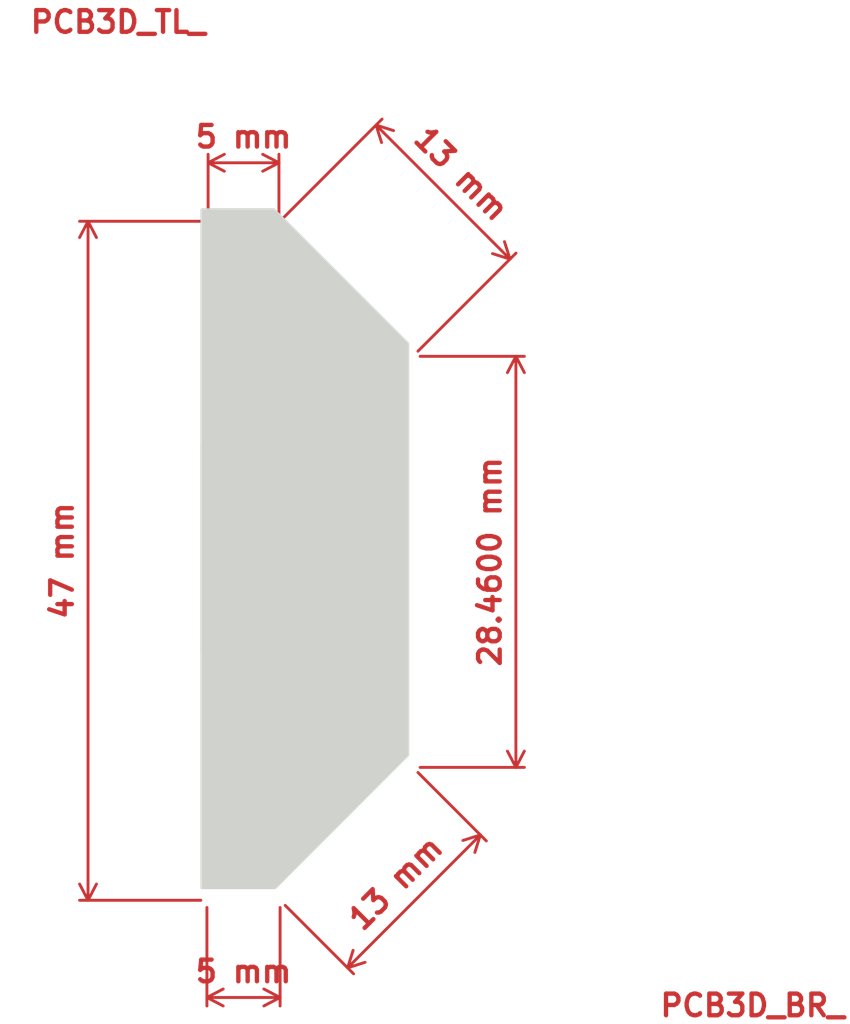
<source format=kicad_pcb>
(kicad_pcb
	(version 20240108)
	(generator "pcbnew")
	(generator_version "8.0")
	(general
		(thickness 1.6)
		(legacy_teardrops no)
	)
	(paper "A4")
	(layers
		(0 "F.Cu" signal)
		(31 "B.Cu" signal)
		(32 "B.Adhes" user "B.Adhesive")
		(33 "F.Adhes" user "F.Adhesive")
		(34 "B.Paste" user)
		(35 "F.Paste" user)
		(36 "B.SilkS" user "B.Silkscreen")
		(37 "F.SilkS" user "F.Silkscreen")
		(38 "B.Mask" user)
		(40 "Dwgs.User" user "User.Drawings")
		(41 "Cmts.User" user "User.Comments")
		(42 "Eco1.User" user "User.Eco1")
		(43 "Eco2.User" user "User.Eco2")
		(44 "Edge.Cuts" user)
		(45 "Margin" user)
		(46 "B.CrtYd" user "B.Courtyard")
		(47 "F.CrtYd" user "F.Courtyard")
		(48 "B.Fab" user)
		(49 "F.Fab" user)
		(50 "User.1" user)
		(51 "User.2" user)
		(52 "User.3" user)
		(53 "User.4" user)
		(54 "User.5" user)
		(55 "User.6" user)
		(56 "User.7" user)
		(57 "User.8" user)
		(58 "User.9" user)
	)
	(setup
		(stackup
			(layer "F.SilkS"
				(type "Top Silk Screen")
			)
			(layer "F.Paste"
				(type "Top Solder Paste")
			)
			(layer "F.Mask"
				(type "Top Solder Mask")
				(thickness 0.01)
			)
			(layer "F.Cu"
				(type "copper")
				(thickness 0.035)
			)
			(layer "dielectric 1"
				(type "core")
				(thickness 1.51)
				(material "FR4")
				(epsilon_r 4.5)
				(loss_tangent 0.02)
			)
			(layer "B.Cu"
				(type "copper")
				(thickness 0.035)
			)
			(layer "B.Mask"
				(type "Bottom Solder Mask")
				(thickness 0.01)
			)
			(layer "B.Paste"
				(type "Bottom Solder Paste")
			)
			(layer "B.SilkS"
				(type "Bottom Silk Screen")
			)
			(copper_finish "None")
			(dielectric_constraints no)
		)
		(pad_to_mask_clearance 0)
		(allow_soldermask_bridges_in_footprints no)
		(pcbplotparams
			(layerselection 0x00010fc_ffffffff)
			(plot_on_all_layers_selection 0x0000000_00000000)
			(disableapertmacros no)
			(usegerberextensions no)
			(usegerberattributes yes)
			(usegerberadvancedattributes yes)
			(creategerberjobfile yes)
			(dashed_line_dash_ratio 12.000000)
			(dashed_line_gap_ratio 3.000000)
			(svgprecision 4)
			(plotframeref no)
			(viasonmask no)
			(mode 1)
			(useauxorigin no)
			(hpglpennumber 1)
			(hpglpenspeed 20)
			(hpglpendiameter 15.000000)
			(pdf_front_fp_property_popups yes)
			(pdf_back_fp_property_popups yes)
			(dxfpolygonmode yes)
			(dxfimperialunits yes)
			(dxfusepcbnewfont yes)
			(psnegative no)
			(psa4output no)
			(plotreference yes)
			(plotvalue yes)
			(plotfptext yes)
			(plotinvisibletext no)
			(sketchpadsonfab no)
			(subtractmaskfromsilk no)
			(outputformat 1)
			(mirror no)
			(drillshape 1)
			(scaleselection 1)
			(outputdirectory "")
		)
	)
	(net 0 "")
	(gr_rect
		(start 112.989408 80.469704)
		(end 127.21 94.690296)
		(stroke
			(width 0.2)
			(type solid)
		)
		(fill solid)
		(layer "F.Cu")
		(uuid "67a02c7a-8ef7-4cc0-ad3c-a4f5809b9b70")
	)
	(gr_poly
		(pts
			(xy 112.99 111) (xy 118.06 111) (xy 127.26 101.8) (xy 127.26 73.34) (xy 117.98 64.06) (xy 113 64.06)
			(xy 112.99 64.07)
		)
		(stroke
			(width 0.2)
			(type solid)
		)
		(fill solid)
		(layer "Edge.Cuts")
		(uuid "f5ced83b-42fe-42ee-927d-b05cdcd67e05")
	)
	(gr_text "PCB3D_TL_"
		(at 100.96 51.94 0)
		(layer "F.Cu")
		(uuid "19718cb0-34c9-43f1-894a-652accfd4392")
		(effects
			(font
				(size 1.5 1.5)
				(thickness 0.3)
				(bold yes)
			)
			(justify left bottom)
		)
	)
	(gr_text "PCB3D_BR_"
		(at 144.6 120.03 0)
		(layer "F.Cu")
		(uuid "8ee170fb-c0bd-4de7-8b80-80c74a6748d9")
		(effects
			(font
				(size 1.5 1.5)
				(thickness 0.3)
				(bold yes)
			)
			(justify left bottom)
		)
	)
	(dimension
		(type aligned)
		(layer "F.Cu")
		(uuid "052d9d4e-395a-453d-90eb-2b82a072c51b")
		(pts
			(xy 113.42 64.86) (xy 113.42 111.87)
		)
		(height 8.319999)
		(gr_text "47 mm"
			(at 103.300001 88.365 90)
			(layer "F.Cu")
			(uuid "052d9d4e-395a-453d-90eb-2b82a072c51b")
			(effects
				(font
					(size 1.5 1.5)
					(thickness 0.3)
				)
			)
		)
		(format
			(prefix "")
			(suffix "")
			(units 3)
			(units_format 1)
			(precision 4)
			(override_value "47")
		)
		(style
			(thickness 0.2)
			(arrow_length 1.27)
			(text_position_mode 0)
			(extension_height 0.58642)
			(extension_offset 0.5) keep_text_aligned)
	)
	(dimension
		(type aligned)
		(layer "F.Cu")
		(uuid "13db5d9f-aea6-4ba5-b821-7051847ed04f")
		(pts
			(xy 113.42 64.86) (xy 118.33 64.86)
		)
		(height -4.05)
		(gr_text "5 mm"
			(at 115.875 59.01 0)
			(layer "F.Cu")
			(uuid "13db5d9f-aea6-4ba5-b821-7051847ed04f")
			(effects
				(font
					(size 1.5 1.5)
					(thickness 0.3)
				)
			)
		)
		(format
			(prefix "")
			(suffix "")
			(units 3)
			(units_format 1)
			(precision 4)
			(override_value "5")
		)
		(style
			(thickness 0.2)
			(arrow_length 1.27)
			(text_position_mode 0)
			(extension_height 0.58642)
			(extension_offset 0.5) keep_text_aligned)
	)
	(dimension
		(type aligned)
		(layer "F.Cu")
		(uuid "582792c7-d956-45d0-ac0c-b39d5234bbd1")
		(pts
			(xy 118.33 64.93) (xy 127.61 74.21)
		)
		(height -9.517683)
		(gr_text "13 mm"
			(at 130.97281 61.56719 315)
			(layer "F.Cu")
			(uuid "582792c7-d956-45d0-ac0c-b39d5234bbd1")
			(effects
				(font
					(size 1.5 1.5)
					(thickness 0.3)
				)
			)
		)
		(format
			(prefix "")
			(suffix "")
			(units 3)
			(units_format 1)
			(precision 4)
			(override_value "13")
		)
		(style
			(thickness 0.2)
			(arrow_length 1.27)
			(text_position_mode 0)
			(extension_height 0.58642)
			(extension_offset 0.5) keep_text_aligned)
	)
	(dimension
		(type aligned)
		(layer "F.Cu")
		(uuid "7658f7dc-84cd-499a-934c-551fc2079864")
		(pts
			(xy 127.61 74.21) (xy 127.61 102.67)
		)
		(height -7.14)
		(gr_text "28.4600 mm"
			(at 132.95 88.44 90)
			(layer "F.Cu")
			(uuid "7658f7dc-84cd-499a-934c-551fc2079864")
			(effects
				(font
					(size 1.5 1.5)
					(thickness 0.3)
				)
			)
		)
		(format
			(prefix "")
			(suffix "")
			(units 3)
			(units_format 1)
			(precision 4)
		)
		(style
			(thickness 0.2)
			(arrow_length 1.27)
			(text_position_mode 0)
			(extension_height 0.58642)
			(extension_offset 0.5) keep_text_aligned)
	)
	(dimension
		(type aligned)
		(layer "F.Cu")
		(uuid "844c842d-20e4-4d33-b12a-cf5f7b797091")
		(pts
			(xy 113.34 111.87) (xy 118.41 111.87)
		)
		(height 6.73)
		(gr_text "5 mm"
			(at 115.875 116.8 0)
			(layer "F.Cu")
			(uuid "844c842d-20e4-4d33-b12a-cf5f7b797091")
			(effects
				(font
					(size 1.5 1.5)
					(thickness 0.3)
				)
			)
		)
		(format
			(prefix "")
			(suffix "")
			(units 3)
			(units_format 1)
			(precision 4)
			(override_value "5")
		)
		(style
			(thickness 0.2)
			(arrow_length 1.27)
			(text_position_mode 0)
			(extension_height 0.58642)
			(extension_offset 0.5) keep_text_aligned)
	)
	(dimension
		(type aligned)
		(layer "F.Cu")
		(uuid "8b70f979-f92e-49c3-bf54-caf949eaffa7")
		(pts
			(xy 118.41 111.87) (xy 127.61 102.67)
		)
		(height 6.61494)
		(gr_text "13 mm"
			(at 126.414677 110.674677 45)
			(layer "F.Cu")
			(uuid "8b70f979-f92e-49c3-bf54-caf949eaffa7")
			(effects
				(font
					(size 1.5 1.5)
					(thickness 0.3)
				)
			)
		)
		(format
			(prefix "")
			(suffix "")
			(units 3)
			(units_format 1)
			(precision 4)
			(override_value "13")
		)
		(style
			(thickness 0.2)
			(arrow_length 1.27)
			(text_position_mode 0)
			(extension_height 0.58642)
			(extension_offset 0.5) keep_text_aligned)
	)
)
</source>
